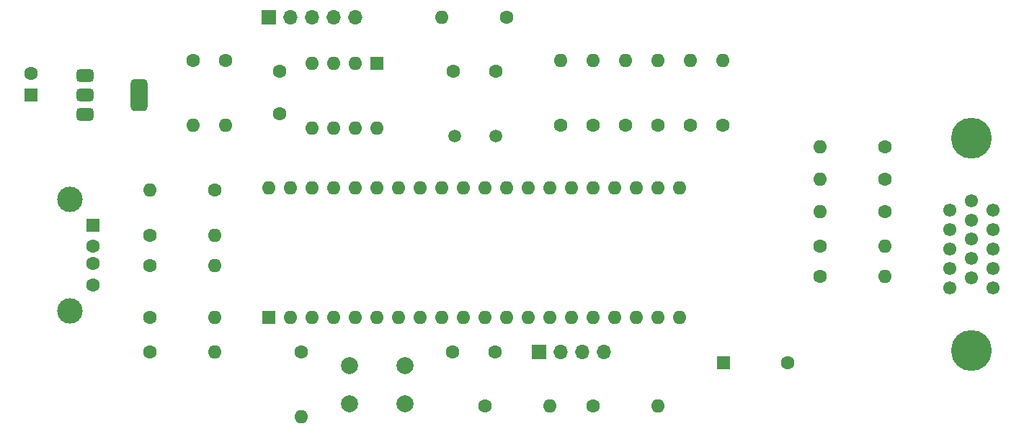
<source format=gbr>
%TF.GenerationSoftware,KiCad,Pcbnew,8.0.2*%
%TF.CreationDate,2025-02-07T22:28:49+01:00*%
%TF.ProjectId,propeller-vga,70726f70-656c-46c6-9572-2d7667612e6b,rev?*%
%TF.SameCoordinates,Original*%
%TF.FileFunction,Soldermask,Top*%
%TF.FilePolarity,Negative*%
%FSLAX46Y46*%
G04 Gerber Fmt 4.6, Leading zero omitted, Abs format (unit mm)*
G04 Created by KiCad (PCBNEW 8.0.2) date 2025-02-07 22:28:49*
%MOMM*%
%LPD*%
G01*
G04 APERTURE LIST*
G04 Aperture macros list*
%AMRoundRect*
0 Rectangle with rounded corners*
0 $1 Rounding radius*
0 $2 $3 $4 $5 $6 $7 $8 $9 X,Y pos of 4 corners*
0 Add a 4 corners polygon primitive as box body*
4,1,4,$2,$3,$4,$5,$6,$7,$8,$9,$2,$3,0*
0 Add four circle primitives for the rounded corners*
1,1,$1+$1,$2,$3*
1,1,$1+$1,$4,$5*
1,1,$1+$1,$6,$7*
1,1,$1+$1,$8,$9*
0 Add four rect primitives between the rounded corners*
20,1,$1+$1,$2,$3,$4,$5,0*
20,1,$1+$1,$4,$5,$6,$7,0*
20,1,$1+$1,$6,$7,$8,$9,0*
20,1,$1+$1,$8,$9,$2,$3,0*%
G04 Aperture macros list end*
%ADD10R,1.600000X1.600000*%
%ADD11O,1.600000X1.600000*%
%ADD12C,1.500000*%
%ADD13RoundRect,0.375000X-0.625000X-0.375000X0.625000X-0.375000X0.625000X0.375000X-0.625000X0.375000X0*%
%ADD14RoundRect,0.500000X-0.500000X-1.400000X0.500000X-1.400000X0.500000X1.400000X-0.500000X1.400000X0*%
%ADD15C,2.000000*%
%ADD16C,1.600000*%
%ADD17C,1.550000*%
%ADD18C,4.800000*%
%ADD19R,1.700000X1.700000*%
%ADD20O,1.700000X1.700000*%
%ADD21C,3.000000*%
G04 APERTURE END LIST*
D10*
%TO.C,U1*%
X138435000Y-79756000D03*
D11*
X140975000Y-79756000D03*
X143515000Y-79756000D03*
X146055000Y-79756000D03*
X148595000Y-79756000D03*
X151135000Y-79756000D03*
X153675000Y-79756000D03*
X156215000Y-79756000D03*
X158755000Y-79756000D03*
X161295000Y-79756000D03*
X163835000Y-79756000D03*
X166375000Y-79756000D03*
X168915000Y-79756000D03*
X171455000Y-79756000D03*
X173995000Y-79756000D03*
X176535000Y-79756000D03*
X179075000Y-79756000D03*
X181615000Y-79756000D03*
X184155000Y-79756000D03*
X186695000Y-79756000D03*
X186695000Y-64516000D03*
X184155000Y-64516000D03*
X181615000Y-64516000D03*
X179075000Y-64516000D03*
X176535000Y-64516000D03*
X173995000Y-64516000D03*
X171455000Y-64516000D03*
X168915000Y-64516000D03*
X166375000Y-64516000D03*
X163835000Y-64516000D03*
X161295000Y-64516000D03*
X158755000Y-64516000D03*
X156215000Y-64516000D03*
X153675000Y-64516000D03*
X151135000Y-64516000D03*
X148595000Y-64516000D03*
X146055000Y-64516000D03*
X143515000Y-64516000D03*
X140975000Y-64516000D03*
X138435000Y-64516000D03*
%TD*%
D12*
%TO.C,Y1*%
X165100000Y-58420000D03*
X160220000Y-58420000D03*
%TD*%
D13*
%TO.C,U3*%
X116840000Y-51280000D03*
X116840000Y-53580000D03*
D14*
X123140000Y-53580000D03*
D13*
X116840000Y-55880000D03*
%TD*%
D10*
%TO.C,U2*%
X151120000Y-49818000D03*
D11*
X148580000Y-49818000D03*
X146040000Y-49818000D03*
X143500000Y-49818000D03*
X143500000Y-57438000D03*
X146040000Y-57438000D03*
X148580000Y-57438000D03*
X151120000Y-57438000D03*
%TD*%
D15*
%TO.C,SW1*%
X154380000Y-89880000D03*
X147880000Y-89880000D03*
X154380000Y-85380000D03*
X147880000Y-85380000D03*
%TD*%
D16*
%TO.C,R22*%
X124460000Y-83820000D03*
D11*
X132080000Y-83820000D03*
%TD*%
D16*
%TO.C,R21*%
X124460000Y-79770000D03*
D11*
X132080000Y-79770000D03*
%TD*%
D16*
%TO.C,R20*%
X142240000Y-83820000D03*
D11*
X142240000Y-91440000D03*
%TD*%
D16*
%TO.C,R19*%
X163830000Y-90170000D03*
D11*
X171450000Y-90170000D03*
%TD*%
D16*
%TO.C,R18*%
X176530000Y-90170000D03*
D11*
X184150000Y-90170000D03*
%TD*%
%TO.C,R17*%
X203200000Y-59690000D03*
D16*
X210820000Y-59690000D03*
%TD*%
D11*
%TO.C,R16*%
X203200000Y-63500000D03*
D16*
X210820000Y-63500000D03*
%TD*%
D11*
%TO.C,R15*%
X203200000Y-67310000D03*
D16*
X210820000Y-67310000D03*
%TD*%
D11*
%TO.C,R14*%
X172720000Y-49530000D03*
D16*
X172720000Y-57150000D03*
%TD*%
D11*
%TO.C,R13*%
X176530000Y-49530000D03*
D16*
X176530000Y-57150000D03*
%TD*%
D11*
%TO.C,R12*%
X180340000Y-49530000D03*
D16*
X180340000Y-57150000D03*
%TD*%
D11*
%TO.C,R11*%
X184150000Y-49530000D03*
D16*
X184150000Y-57150000D03*
%TD*%
%TO.C,R10*%
X187960000Y-57150000D03*
D11*
X187960000Y-49530000D03*
%TD*%
D16*
%TO.C,R9*%
X191770000Y-57150000D03*
D11*
X191770000Y-49530000D03*
%TD*%
D16*
%TO.C,R8*%
X203200000Y-71360000D03*
D11*
X210820000Y-71360000D03*
%TD*%
D16*
%TO.C,R7*%
X203200000Y-74930000D03*
D11*
X210820000Y-74930000D03*
%TD*%
D16*
%TO.C,R6*%
X133350000Y-49530000D03*
D11*
X133350000Y-57150000D03*
%TD*%
D16*
%TO.C,R5*%
X129540000Y-49530000D03*
D11*
X129540000Y-57150000D03*
%TD*%
D16*
%TO.C,R4*%
X166370000Y-44450000D03*
D11*
X158750000Y-44450000D03*
%TD*%
D16*
%TO.C,R3*%
X132080000Y-64770000D03*
D11*
X124460000Y-64770000D03*
%TD*%
D16*
%TO.C,R2*%
X124460000Y-70090000D03*
D11*
X132080000Y-70090000D03*
%TD*%
D16*
%TO.C,R1*%
X124460000Y-73660000D03*
D11*
X132080000Y-73660000D03*
%TD*%
D10*
%TO.C,LS1*%
X191790000Y-85090000D03*
D16*
X199390000Y-85090000D03*
%TD*%
D17*
%TO.C,J4*%
X218440000Y-67130000D03*
X218440000Y-69410000D03*
X218440000Y-71690000D03*
X218440000Y-73970000D03*
X218440000Y-76250000D03*
X220980000Y-65990000D03*
X220980000Y-68270000D03*
X220980000Y-70550000D03*
X220980000Y-72830000D03*
X220980000Y-75110000D03*
X223520000Y-67130000D03*
X223520000Y-69410000D03*
X223520000Y-71690000D03*
X223520000Y-73970000D03*
X223520000Y-76250000D03*
D18*
X220980000Y-83620000D03*
X220980000Y-58620000D03*
%TD*%
D19*
%TO.C,J3*%
X170180000Y-83820000D03*
D20*
X172720000Y-83820000D03*
X175260000Y-83820000D03*
X177800000Y-83820000D03*
%TD*%
D19*
%TO.C,J2*%
X138430000Y-44450000D03*
D20*
X140970000Y-44450000D03*
X143510000Y-44450000D03*
X146050000Y-44450000D03*
X148590000Y-44450000D03*
%TD*%
D10*
%TO.C,J1*%
X117750000Y-68890000D03*
D16*
X117750000Y-71390000D03*
X117750000Y-73390000D03*
X117750000Y-75890000D03*
D21*
X115040000Y-65820000D03*
X115040000Y-78960000D03*
%TD*%
D16*
%TO.C,C4*%
X139700000Y-55800000D03*
X139700000Y-50800000D03*
%TD*%
D10*
%TO.C,C3*%
X110490000Y-53540000D03*
D16*
X110490000Y-51040000D03*
%TD*%
%TO.C,C2*%
X160060000Y-50800000D03*
X165060000Y-50800000D03*
%TD*%
%TO.C,C1*%
X165020000Y-83820000D03*
X160020000Y-83820000D03*
%TD*%
M02*

</source>
